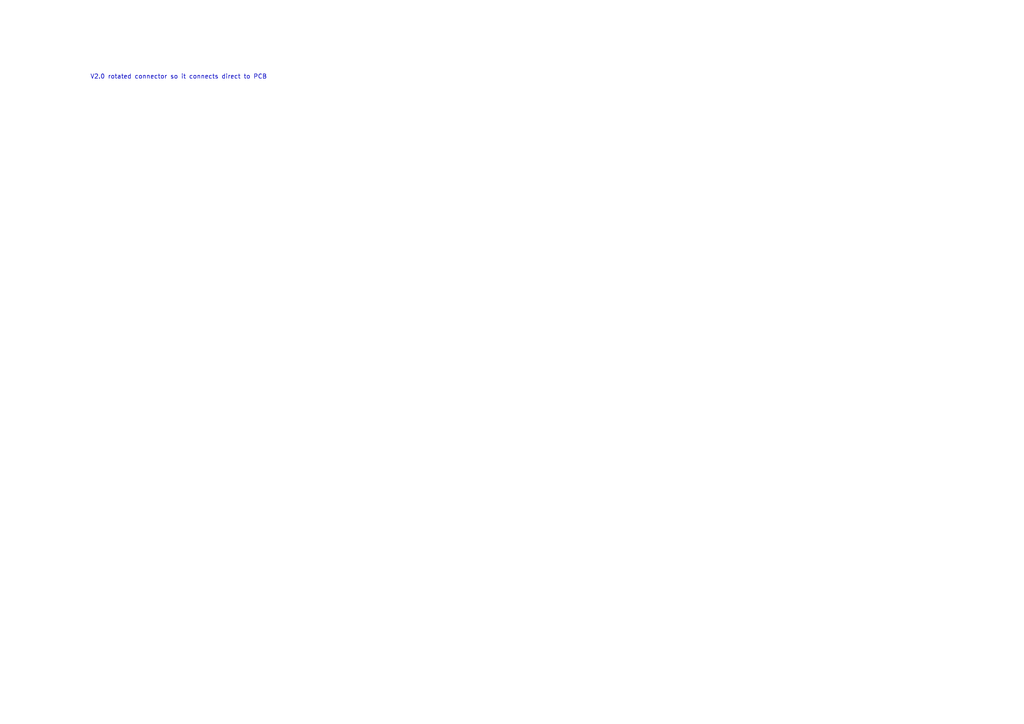
<source format=kicad_sch>
(kicad_sch (version 20230121) (generator eeschema)
  (paper "A4")
  (title_block (rev "2.0"))
  (lib_symbols)
  (text "V2.0 rotated connector so it connects direct to PCB" (at 26.162 23.114 0) (effects (font (size 1.27 1.27)) (justify left bottom)))
)
</source>
